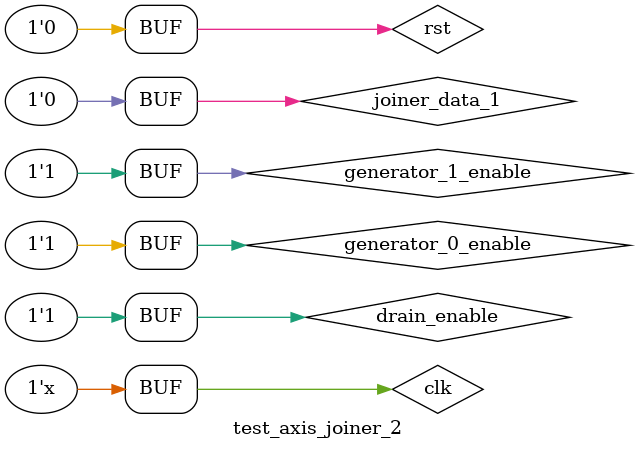
<source format=sv>
`timescale 1ns / 1ps


module test_axis_joiner_2;
	parameter DATA_WIDTH_0=16;
	parameter DATA_WIDTH_1=1;
	parameter OUT_WIDTH=DATA_WIDTH_0+DATA_WIDTH_1;
	parameter PERIOD=10;
	parameter USE_JOINER=0;
	parameter USE_FILTER=1;
	parameter ELIMINATE_ON_UP=1;
	
	reg clk, rst;
	
	reg generator_0_enable;
	wire gen_0_valid, gen_0_ready;
	wire[DATA_WIDTH_0-1:0] gen_0_data;
	
	reg generator_1_enable;
	wire gen_1_valid, gen_1_ready;
	wire[DATA_WIDTH_1-1:0] gen_1_data;
	
	wire joiner_valid, joiner_ready;
	wire[DATA_WIDTH_0-1:0] joiner_data_0;
	wire[DATA_WIDTH_1-1:0] joiner_data_1;
	
	reg drain_enable;
	
	always #(PERIOD/2) clk = ~clk;
	
	initial begin
		generator_0_enable = 0;
		generator_1_enable = 0;
		drain_enable = 0;
		clk = 0;
		rst = 1;
		#(PERIOD*2)
		#(PERIOD/2)
		rst = 0;
		generator_0_enable = 1;
		generator_1_enable = 1;
		drain_enable = 1;
		#(PERIOD*5)
		drain_enable = 0;
		#(PERIOD*5)
		drain_enable = 1;
	end
	
	helper_axis_generator #(.DATA_WIDTH(DATA_WIDTH_0)) GEN_0
		(
			.clk(clk), .rst(rst), .enable(generator_0_enable),
			.output_valid(gen_0_valid),
			.output_data(gen_0_data),
			.output_ready(gen_0_ready)
		);
		
	helper_axis_generator #(.DATA_WIDTH(DATA_WIDTH_1)) GEN_1
		(
			.clk(clk), .rst(rst), .enable(generator_1_enable),
			.output_valid(gen_1_valid),
			.output_data(gen_1_data),
			.output_ready(gen_1_ready)
		);
	
	if (USE_JOINER==1) begin: sync
		axis_synchronizer_2 #(.DATA_WIDTH_0(DATA_WIDTH_0), .DATA_WIDTH_1(DATA_WIDTH_1)) SYNCRHONIZER
			(
				.clk(clk), .rst(rst),
				.input_0_valid(gen_0_valid),
				.input_0_data(gen_0_data),
				.input_0_ready(gen_0_ready),
				.input_1_valid(gen_1_valid),
				.input_1_data(gen_1_data),
				.input_1_ready(gen_1_ready),
				.output_valid(joiner_valid),
				.output_data_0(joiner_data_0),
				.output_data_1(joiner_data_1),
				.output_ready(joiner_ready)
			);
	end
	
	if (USE_FILTER==1) begin: filter
		axis_filter #(.DATA_WIDTH(DATA_WIDTH_0), .ELIMINATE_ON_UP(ELIMINATE_ON_UP)) FILTER
			(
				.clk(clk), .rst(rst),
				.input_valid(gen_0_valid),
				.input_data(gen_0_data),
				.input_ready(gen_0_ready),
				.flag_valid(gen_1_valid),
				.flag_data(gen_1_data),
				.flag_ready(gen_1_ready),
				.output_valid(joiner_valid),
				.output_data(joiner_data_0),
				.output_ready(joiner_ready)
			);
		assign joiner_data_1 = 0;
	end
	
	helper_axis_drain #(.DATA_WIDTH(OUT_WIDTH)) DRAIN
		(
			.clk(clk), .rst(rst), .enable(drain_enable),
			.input_valid(joiner_valid),
			.input_ready(joiner_ready),
			.input_data({joiner_data_1, joiner_data_0})
		);


endmodule

</source>
